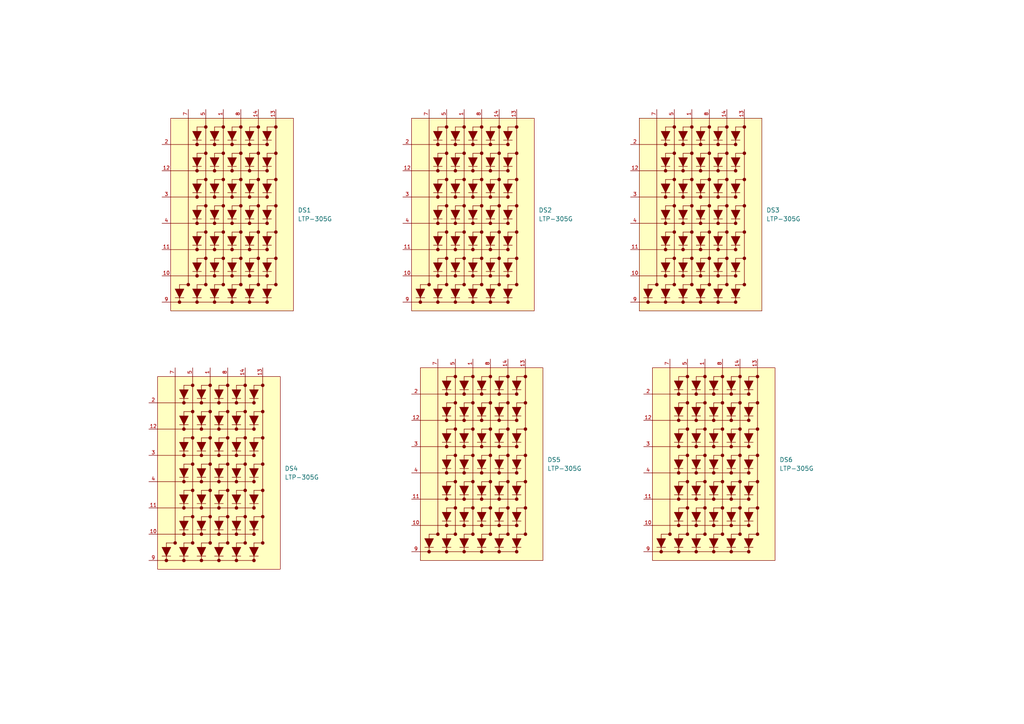
<source format=kicad_sch>
(kicad_sch (version 20230121) (generator eeschema)
  (paper "A4")
  (lib_symbols
    (symbol "LPLEDSW:LTP-305G" (pin_names (offset 1.016))
      (property "Reference" "DS" (at -17.78 35.56 0))
      (property "Value" "LTP-305G" (at -17.78 -33.02 0))
      (symbol "LTP-305G_0_0"
        (rectangle (start -17.78 -27.94) (end 17.78 27.94) (stroke (width 0.1524)) (fill (type background)))
        (circle (center -15.24 -25.4) (radius 0.254) (stroke (width 0.508)))
        (circle (center -12.7 -20.32) (radius 0.254) (stroke (width 0.508)))
        (circle (center -10.16 -25.4) (radius 0.254) (stroke (width 0.508)))
        (circle (center -10.16 -17.78) (radius 0.254) (stroke (width 0.508)))
        (circle (center -10.16 -10.16) (radius 0.254) (stroke (width 0.508)))
        (circle (center -10.16 -2.54) (radius 0.254) (stroke (width 0.508)))
        (circle (center -10.16 5.08) (radius 0.254) (stroke (width 0.508)))
        (circle (center -10.16 12.7) (radius 0.254) (stroke (width 0.508)))
        (circle (center -10.16 20.32) (radius 0.254) (stroke (width 0.508)))
        (circle (center -7.62 -20.32) (radius 0.254) (stroke (width 0.508)))
        (circle (center -7.62 -12.7) (radius 0.254) (stroke (width 0.508)))
        (circle (center -7.62 -5.08) (radius 0.254) (stroke (width 0.508)))
        (circle (center -7.62 2.54) (radius 0.254) (stroke (width 0.508)))
        (circle (center -7.62 10.16) (radius 0.254) (stroke (width 0.508)))
        (circle (center -7.62 17.78) (radius 0.254) (stroke (width 0.508)))
        (circle (center -7.62 25.4) (radius 0.254) (stroke (width 0.508)))
        (circle (center -5.08 -25.4) (radius 0.254) (stroke (width 0.508)))
        (circle (center -5.08 -17.78) (radius 0.254) (stroke (width 0.508)))
        (circle (center -5.08 -10.16) (radius 0.254) (stroke (width 0.508)))
        (circle (center -5.08 -2.54) (radius 0.254) (stroke (width 0.508)))
        (circle (center -5.08 5.08) (radius 0.254) (stroke (width 0.508)))
        (circle (center -5.08 12.7) (radius 0.254) (stroke (width 0.508)))
        (circle (center -5.08 20.32) (radius 0.254) (stroke (width 0.508)))
        (circle (center -2.54 -20.32) (radius 0.254) (stroke (width 0.508)))
        (circle (center -2.54 -12.7) (radius 0.254) (stroke (width 0.508)))
        (circle (center -2.54 -5.08) (radius 0.254) (stroke (width 0.508)))
        (circle (center -2.54 2.54) (radius 0.254) (stroke (width 0.508)))
        (circle (center -2.54 10.16) (radius 0.254) (stroke (width 0.508)))
        (circle (center -2.54 17.78) (radius 0.254) (stroke (width 0.508)))
        (circle (center -2.54 25.4) (radius 0.254) (stroke (width 0.508)))
        (circle (center 0 -25.4) (radius 0.254) (stroke (width 0.508)))
        (circle (center 0 -17.78) (radius 0.254) (stroke (width 0.508)))
        (circle (center 0 -10.16) (radius 0.254) (stroke (width 0.508)))
        (circle (center 0 -2.54) (radius 0.254) (stroke (width 0.508)))
        (polyline (pts (xy -17.78 -25.4) (xy -15.24 -25.4)) (stroke (width 0.1524)))
        (polyline (pts (xy -17.78 -17.78) (xy 10.16 -17.78)) (stroke (width 0.1524)))
        (polyline (pts (xy -17.78 -10.16) (xy 10.16 -10.16)) (stroke (width 0.1524)))
        (polyline (pts (xy -17.78 -2.54) (xy 10.16 -2.54)) (stroke (width 0.1524)))
        (polyline (pts (xy -17.78 5.08) (xy 10.16 5.08)) (stroke (width 0.1524)))
        (polyline (pts (xy -17.78 12.7) (xy 10.16 12.7)) (stroke (width 0.1524)))
        (polyline (pts (xy -17.78 20.32) (xy 10.16 20.32)) (stroke (width 0.1524)))
        (polyline (pts (xy -16.51 -24.13) (xy -13.97 -24.13)) (stroke (width 0.1524)))
        (polyline (pts (xy -15.24 -25.4) (xy -15.24 -20.32)) (stroke (width 0.1524)))
        (polyline (pts (xy -15.24 -25.4) (xy 10.16 -25.4)) (stroke (width 0.1524)))
        (polyline (pts (xy -12.7 -20.32) (xy -15.24 -20.32)) (stroke (width 0.1524)))
        (polyline (pts (xy -12.7 27.94) (xy -12.7 -20.32)) (stroke (width 0.1524)))
        (polyline (pts (xy -11.43 -24.13) (xy -8.89 -24.13)) (stroke (width 0.1524)))
        (polyline (pts (xy -11.43 -16.51) (xy -8.89 -16.51)) (stroke (width 0.1524)))
        (polyline (pts (xy -11.43 -8.89) (xy -8.89 -8.89)) (stroke (width 0.1524)))
        (polyline (pts (xy -11.43 -1.27) (xy -8.89 -1.27)) (stroke (width 0.1524)))
        (polyline (pts (xy -11.43 6.35) (xy -8.89 6.35)) (stroke (width 0.1524)))
        (polyline (pts (xy -11.43 13.97) (xy -8.89 13.97)) (stroke (width 0.1524)))
        (polyline (pts (xy -11.43 21.59) (xy -8.89 21.59)) (stroke (width 0.1524)))
        (polyline (pts (xy -10.16 -25.4) (xy -10.16 -20.32)) (stroke (width 0.1524)))
        (polyline (pts (xy -10.16 -17.78) (xy -10.16 -12.7)) (stroke (width 0.1524)))
        (polyline (pts (xy -10.16 -10.16) (xy -10.16 -5.08)) (stroke (width 0.1524)))
        (polyline (pts (xy -10.16 -2.54) (xy -10.16 2.54)) (stroke (width 0.1524)))
        (polyline (pts (xy -10.16 5.08) (xy -10.16 10.16)) (stroke (width 0.1524)))
        (polyline (pts (xy -10.16 12.7) (xy -10.16 17.78)) (stroke (width 0.1524)))
        (polyline (pts (xy -10.16 20.32) (xy -10.16 25.4)) (stroke (width 0.1524)))
        (polyline (pts (xy -7.62 -20.32) (xy -10.16 -20.32)) (stroke (width 0.1524)))
        (polyline (pts (xy -7.62 -12.7) (xy -10.16 -12.7)) (stroke (width 0.1524)))
        (polyline (pts (xy -7.62 -5.08) (xy -10.16 -5.08)) (stroke (width 0.1524)))
        (polyline (pts (xy -7.62 2.54) (xy -10.16 2.54)) (stroke (width 0.1524)))
        (polyline (pts (xy -7.62 10.16) (xy -10.16 10.16)) (stroke (width 0.1524)))
        (polyline (pts (xy -7.62 17.78) (xy -10.16 17.78)) (stroke (width 0.1524)))
        (polyline (pts (xy -7.62 25.4) (xy -10.16 25.4)) (stroke (width 0.1524)))
        (polyline (pts (xy -7.62 25.4) (xy -7.62 -20.32)) (stroke (width 0.1524)))
        (polyline (pts (xy -7.62 27.94) (xy -7.62 25.4)) (stroke (width 0.1524)))
        (polyline (pts (xy -6.35 -24.13) (xy -3.81 -24.13)) (stroke (width 0.1524)))
        (polyline (pts (xy -6.35 -16.51) (xy -3.81 -16.51)) (stroke (width 0.1524)))
        (polyline (pts (xy -6.35 -8.89) (xy -3.81 -8.89)) (stroke (width 0.1524)))
        (polyline (pts (xy -6.35 -1.27) (xy -3.81 -1.27)) (stroke (width 0.1524)))
        (polyline (pts (xy -6.35 6.35) (xy -3.81 6.35)) (stroke (width 0.1524)))
        (polyline (pts (xy -6.35 13.97) (xy -3.81 13.97)) (stroke (width 0.1524)))
        (polyline (pts (xy -6.35 21.59) (xy -3.81 21.59)) (stroke (width 0.1524)))
        (polyline (pts (xy -5.08 -25.4) (xy -5.08 -20.32)) (stroke (width 0.1524)))
        (polyline (pts (xy -5.08 -17.78) (xy -5.08 -12.7)) (stroke (width 0.1524)))
        (polyline (pts (xy -5.08 -10.16) (xy -5.08 -5.08)) (stroke (width 0.1524)))
        (polyline (pts (xy -5.08 -2.54) (xy -5.08 2.54)) (stroke (width 0.1524)))
        (polyline (pts (xy -5.08 5.08) (xy -5.08 10.16)) (stroke (width 0.1524)))
        (polyline (pts (xy -5.08 12.7) (xy -5.08 17.78)) (stroke (width 0.1524)))
        (polyline (pts (xy -5.08 20.32) (xy -5.08 25.4)) (stroke (width 0.1524)))
        (polyline (pts (xy -2.54 -20.32) (xy -5.08 -20.32)) (stroke (width 0.1524)))
        (polyline (pts (xy -2.54 -12.7) (xy -5.08 -12.7)) (stroke (width 0.1524)))
        (polyline (pts (xy -2.54 -5.08) (xy -5.08 -5.08)) (stroke (width 0.1524)))
        (polyline (pts (xy -2.54 2.54) (xy -5.08 2.54)) (stroke (width 0.1524)))
        (polyline (pts (xy -2.54 10.16) (xy -5.08 10.16)) (stroke (width 0.1524)))
        (polyline (pts (xy -2.54 17.78) (xy -5.08 17.78)) (stroke (width 0.1524)))
        (polyline (pts (xy -2.54 25.4) (xy -5.08 25.4)) (stroke (width 0.1524)))
        (polyline (pts (xy -2.54 27.94) (xy -2.54 -20.32)) (stroke (width 0.1524)))
        (polyline (pts (xy -1.27 -24.13) (xy 1.27 -24.13)) (stroke (width 0.1524)))
        (polyline (pts (xy -1.27 -16.51) (xy 1.27 -16.51)) (stroke (width 0.1524)))
        (polyline (pts (xy -1.27 -8.89) (xy 1.27 -8.89)) (stroke (width 0.1524)))
        (polyline (pts (xy -1.27 -1.27) (xy 1.27 -1.27)) (stroke (width 0.1524)))
        (polyline (pts (xy -1.27 6.35) (xy 1.27 6.35)) (stroke (width 0.1524)))
        (polyline (pts (xy -1.27 13.97) (xy 1.27 13.97)) (stroke (width 0.1524)))
        (polyline (pts (xy -1.27 21.59) (xy 1.27 21.59)) (stroke (width 0.1524)))
        (polyline (pts (xy 0 -25.4) (xy 0 -20.32)) (stroke (width 0.1524)))
        (polyline (pts (xy 0 -17.78) (xy 0 -12.7)) (stroke (width 0.1524)))
        (polyline (pts (xy 0 -10.16) (xy 0 -5.08)) (stroke (width 0.1524)))
        (polyline (pts (xy 0 -2.54) (xy 0 2.54)) (stroke (width 0.1524)))
        (polyline (pts (xy 0 5.08) (xy 0 10.16)) (stroke (width 0.1524)))
        (polyline (pts (xy 0 12.7) (xy 0 17.78)) (stroke (width 0.1524)))
        (polyline (pts (xy 0 20.32) (xy 0 25.4)) (stroke (width 0.1524)))
        (polyline (pts (xy 2.54 -20.32) (xy 0 -20.32)) (stroke (width 0.1524)))
        (polyline (pts (xy 2.54 -12.7) (xy 0 -12.7)) (stroke (width 0.1524)))
        (polyline (pts (xy 2.54 -5.08) (xy 0 -5.08)) (stroke (width 0.1524)))
        (polyline (pts (xy 2.54 2.54) (xy 0 2.54)) (stroke (width 0.1524)))
        (polyline (pts (xy 2.54 10.16) (xy 0 10.16)) (stroke (width 0.1524)))
        (polyline (pts (xy 2.54 17.78) (xy 0 17.78)) (stroke (width 0.1524)))
        (polyline (pts (xy 2.54 25.4) (xy 0 25.4)) (stroke (width 0.1524)))
        (polyline (pts (xy 2.54 27.94) (xy 2.54 -20.32)) (stroke (width 0.1524)))
        (polyline (pts (xy 3.81 -24.13) (xy 6.35 -24.13)) (stroke (width 0.1524)))
        (polyline (pts (xy 3.81 -16.51) (xy 6.35 -16.51)) (stroke (width 0.1524)))
        (polyline (pts (xy 3.81 -8.89) (xy 6.35 -8.89)) (stroke (width 0.1524)))
        (polyline (pts (xy 3.81 -1.27) (xy 6.35 -1.27)) (stroke (width 0.1524)))
        (polyline (pts (xy 3.81 6.35) (xy 6.35 6.35)) (stroke (width 0.1524)))
        (polyline (pts (xy 3.81 13.97) (xy 6.35 13.97)) (stroke (width 0.1524)))
        (polyline (pts (xy 3.81 21.59) (xy 6.35 21.59)) (stroke (width 0.1524)))
        (polyline (pts (xy 5.08 -25.4) (xy 5.08 -20.32)) (stroke (width 0.1524)))
        (polyline (pts (xy 5.08 -17.78) (xy 5.08 -12.7)) (stroke (width 0.1524)))
        (polyline (pts (xy 5.08 -10.16) (xy 5.08 -5.08)) (stroke (width 0.1524)))
        (polyline (pts (xy 5.08 -2.54) (xy 5.08 2.54)) (stroke (width 0.1524)))
        (polyline (pts (xy 5.08 5.08) (xy 5.08 10.16)) (stroke (width 0.1524)))
        (polyline (pts (xy 5.08 12.7) (xy 5.08 17.78)) (stroke (width 0.1524)))
        (polyline (pts (xy 5.08 20.32) (xy 5.08 25.4)) (stroke (width 0.1524)))
        (polyline (pts (xy 7.62 -20.32) (xy 5.08 -20.32)) (stroke (width 0.1524)))
        (polyline (pts (xy 7.62 -12.7) (xy 5.08 -12.7)) (stroke (width 0.1524)))
        (polyline (pts (xy 7.62 -5.08) (xy 5.08 -5.08)) (stroke (width 0.1524)))
        (polyline (pts (xy 7.62 2.54) (xy 5.08 2.54)) (stroke (width 0.1524)))
        (polyline (pts (xy 7.62 10.16) (xy 5.08 10.16)) (stroke (width 0.1524)))
        (polyline (pts (xy 7.62 17.78) (xy 5.08 17.78)) (stroke (width 0.1524)))
        (polyline (pts (xy 7.62 25.4) (xy 5.08 25.4)) (stroke (width 0.1524)))
        (polyline (pts (xy 7.62 27.94) (xy 7.62 -20.32)) (stroke (width 0.1524)))
        (polyline (pts (xy 8.89 -24.13) (xy 11.43 -24.13)) (stroke (width 0.1524)))
        (polyline (pts (xy 8.89 -16.51) (xy 11.43 -16.51)) (stroke (width 0.1524)))
        (polyline (pts (xy 8.89 -8.89) (xy 11.43 -8.89)) (stroke (width 0.1524)))
        (polyline (pts (xy 8.89 -1.27) (xy 11.43 -1.27)) (stroke (width 0.1524)))
        (polyline (pts (xy 8.89 6.35) (xy 11.43 6.35)) (stroke (width 0.1524)))
        (polyline (pts (xy 8.89 13.97) (xy 11.43 13.97)) (stroke (width 0.1524)))
        (polyline (pts (xy 8.89 21.59) (xy 11.43 21.59)) (stroke (width 0.1524)))
        (polyline (pts (xy 10.16 -25.4) (xy 10.16 -20.32)) (stroke (width 0.1524)))
        (polyline (pts (xy 10.16 -17.78) (xy 10.16 -12.7)) (stroke (width 0.1524)))
        (polyline (pts (xy 10.16 -10.16) (xy 10.16 -5.08)) (stroke (width 0.1524)))
        (polyline (pts (xy 10.16 -2.54) (xy 10.16 2.54)) (stroke (width 0.1524)))
        (polyline (pts (xy 10.16 5.08) (xy 10.16 10.16)) (stroke (width 0.1524)))
        (polyline (pts (xy 10.16 12.7) (xy 10.16 17.78)) (stroke (width 0.1524)))
        (polyline (pts (xy 10.16 20.32) (xy 10.16 25.4)) (stroke (width 0.1524)))
        (polyline (pts (xy 12.7 -20.32) (xy 10.16 -20.32)) (stroke (width 0.1524)))
        (polyline (pts (xy 12.7 -12.7) (xy 10.16 -12.7)) (stroke (width 0.1524)))
        (polyline (pts (xy 12.7 -5.08) (xy 10.16 -5.08)) (stroke (width 0.1524)))
        (polyline (pts (xy 12.7 2.54) (xy 10.16 2.54)) (stroke (width 0.1524)))
        (polyline (pts (xy 12.7 10.16) (xy 10.16 10.16)) (stroke (width 0.1524)))
        (polyline (pts (xy 12.7 17.78) (xy 10.16 17.78)) (stroke (width 0.1524)))
        (polyline (pts (xy 12.7 25.4) (xy 10.16 25.4)) (stroke (width 0.1524)))
        (polyline (pts (xy 12.7 27.94) (xy 12.7 -20.32)) (stroke (width 0.1524)))
        (polyline (pts (xy -16.51 -21.59) (xy -15.24 -24.13) (xy -13.97 -21.59) (xy -16.51 -21.59)) (stroke (width 0.1524)) (fill (type outline)))
        (polyline (pts (xy -11.43 -21.59) (xy -10.16 -24.13) (xy -8.89 -21.59) (xy -11.43 -21.59)) (stroke (width 0.1524)) (fill (type outline)))
        (polyline (pts (xy -11.43 -13.97) (xy -10.16 -16.51) (xy -8.89 -13.97) (xy -11.43 -13.97)) (stroke (width 0.1524)) (fill (type outline)))
        (polyline (pts (xy -11.43 -6.35) (xy -10.16 -8.89) (xy -8.89 -6.35) (xy -11.43 -6.35)) (stroke (width 0.1524)) (fill (type outline)))
        (polyline (pts (xy -11.43 1.27) (xy -10.16 -1.27) (xy -8.89 1.27) (xy -11.43 1.27)) (stroke (width 0.1524)) (fill (type outline)))
        (polyline (pts (xy -11.43 8.89) (xy -10.16 6.35) (xy -8.89 8.89) (xy -11.43 8.89)) (stroke (width 0.1524)) (fill (type outline)))
        (polyline (pts (xy -11.43 16.51) (xy -10.16 13.97) (xy -8.89 16.51) (xy -11.43 16.51)) (stroke (width 0.1524)) (fill (type outline)))
        (polyline (pts (xy -11.43 24.13) (xy -10.16 21.59) (xy -8.89 24.13) (xy -11.43 24.13)) (stroke (width 0.1524)) (fill (type outline)))
        (polyline (pts (xy -6.35 -21.59) (xy -5.08 -24.13) (xy -3.81 -21.59) (xy -6.35 -21.59)) (stroke (width 0.1524)) (fill (type outline)))
        (polyline (pts (xy -6.35 -13.97) (xy -5.08 -16.51) (xy -3.81 -13.97) (xy -6.35 -13.97)) (stroke (width 0.1524)) (fill (type outline)))
        (polyline (pts (xy -6.35 -6.35) (xy -5.08 -8.89) (xy -3.81 -6.35) (xy -6.35 -6.35)) (stroke (width 0.1524)) (fill (type outline)))
        (polyline (pts (xy -6.35 1.27) (xy -5.08 -1.27) (xy -3.81 1.27) (xy -6.35 1.27)) (stroke (width 0.1524)) (fill (type outline)))
        (polyline (pts (xy -6.35 8.89) (xy -5.08 6.35) (xy -3.81 8.89) (xy -6.35 8.89)) (stroke (width 0.1524)) (fill (type outline)))
        (polyline (pts (xy -6.35 16.51) (xy -5.08 13.97) (xy -3.81 16.51) (xy -6.35 16.51)) (stroke (width 0.1524)) (fill (type outline)))
        (polyline (pts (xy -6.35 24.13) (xy -5.08 21.59) (xy -3.81 24.13) (xy -6.35 24.13)) (stroke (width 0.1524)) (fill (type outline)))
        (polyline (pts (xy -1.27 -21.59) (xy 0 -24.13) (xy 1.27 -21.59) (xy -1.27 -21.59)) (stroke (width 0.1524)) (fill (type outline)))
        (polyline (pts (xy -1.27 -13.97) (xy 0 -16.51) (xy 1.27 -13.97) (xy -1.27 -13.97)) (stroke (width 0.1524)) (fill (type outline)))
        (polyline (pts (xy -1.27 -6.35) (xy 0 -8.89) (xy 1.27 -6.35) (xy -1.27 -6.35)) (stroke (width 0.1524)) (fill (type outline)))
        (polyline (pts (xy -1.27 1.27) (xy 0 -1.27) (xy 1.27 1.27) (xy -1.27 1.27)) (stroke (width 0.1524)) (fill (type outline)))
        (polyline (pts (xy -1.27 8.89) (xy 0 6.35) (xy 1.27 8.89) (xy -1.27 8.89)) (stroke (width 0.1524)) (fill (type outline)))
        (polyline (pts (xy -1.27 16.51) (xy 0 13.97) (xy 1.27 16.51) (xy -1.27 16.51)) (stroke (width 0.1524)) (fill (type outline)))
        (polyline (pts (xy -1.27 24.13) (xy 0 21.59) (xy 1.27 24.13) (xy -1.27 24.13)) (stroke (width 0.1524)) (fill (type outline)))
        (polyline (pts (xy 3.81 -21.59) (xy 5.08 -24.13) (xy 6.35 -21.59) (xy 3.81 -21.59)) (stroke (width 0.1524)) (fill (type outline)))
        (polyline (pts (xy 3.81 -13.97) (xy 5.08 -16.51) (xy 6.35 -13.97) (xy 3.81 -13.97)) (stroke (width 0.1524)) (fill (type outline)))
        (polyline (pts (xy 3.81 -6.35) (xy 5.08 -8.89) (xy 6.35 -6.35) (xy 3.81 -6.35)) (stroke (width 0.1524)) (fill (type outline)))
        (polyline (pts (xy 3.81 1.27) (xy 5.08 -1.27) (xy 6.35 1.27) (xy 3.81 1.27)) (stroke (width 0.1524)) (fill (type outline)))
        (polyline (pts (xy 3.81 8.89) (xy 5.08 6.35) (xy 6.35 8.89) (xy 3.81 8.89)) (stroke (width 0.1524)) (fill (type outline)))
        (polyline (pts (xy 3.81 16.51) (xy 5.08 13.97) (xy 6.35 16.51) (xy 3.81 16.51)) (stroke (width 0.1524)) (fill (type outline)))
        (polyline (pts (xy 3.81 24.13) (xy 5.08 21.59) (xy 6.35 24.13) (xy 3.81 24.13)) (stroke (width 0.1524)) (fill (type outline)))
        (polyline (pts (xy 8.89 -21.59) (xy 10.16 -24.13) (xy 11.43 -21.59) (xy 8.89 -21.59)) (stroke (width 0.1524)) (fill (type outline)))
        (polyline (pts (xy 8.89 -13.97) (xy 10.16 -16.51) (xy 11.43 -13.97) (xy 8.89 -13.97)) (stroke (width 0.1524)) (fill (type outline)))
        (polyline (pts (xy 8.89 -6.35) (xy 10.16 -8.89) (xy 11.43 -6.35) (xy 8.89 -6.35)) (stroke (width 0.1524)) (fill (type outline)))
        (polyline (pts (xy 8.89 1.27) (xy 10.16 -1.27) (xy 11.43 1.27) (xy 8.89 1.27)) (stroke (width 0.1524)) (fill (type outline)))
        (polyline (pts (xy 8.89 8.89) (xy 10.16 6.35) (xy 11.43 8.89) (xy 8.89 8.89)) (stroke (width 0.1524)) (fill (type outline)))
        (polyline (pts (xy 8.89 16.51) (xy 10.16 13.97) (xy 11.43 16.51) (xy 8.89 16.51)) (stroke (width 0.1524)) (fill (type outline)))
        (polyline (pts (xy 8.89 24.13) (xy 10.16 21.59) (xy 11.43 24.13) (xy 8.89 24.13)) (stroke (width 0.1524)) (fill (type outline)))
        (circle (center 0 5.08) (radius 0.254) (stroke (width 0.508)))
        (circle (center 0 12.7) (radius 0.254) (stroke (width 0.508)))
        (circle (center 0 20.32) (radius 0.254) (stroke (width 0.508)))
        (circle (center 2.54 -20.32) (radius 0.254) (stroke (width 0.508)))
        (circle (center 2.54 -12.7) (radius 0.254) (stroke (width 0.508)))
        (circle (center 2.54 -5.08) (radius 0.254) (stroke (width 0.508)))
        (circle (center 2.54 2.54) (radius 0.254) (stroke (width 0.508)))
        (circle (center 2.54 10.16) (radius 0.254) (stroke (width 0.508)))
        (circle (center 2.54 17.78) (radius 0.254) (stroke (width 0.508)))
        (circle (center 2.54 25.4) (radius 0.254) (stroke (width 0.508)))
        (circle (center 5.08 -25.4) (radius 0.254) (stroke (width 0.508)))
        (circle (center 5.08 -17.78) (radius 0.254) (stroke (width 0.508)))
        (circle (center 5.08 -10.16) (radius 0.254) (stroke (width 0.508)))
        (circle (center 5.08 -2.54) (radius 0.254) (stroke (width 0.508)))
        (circle (center 5.08 5.08) (radius 0.254) (stroke (width 0.508)))
        (circle (center 5.08 12.7) (radius 0.254) (stroke (width 0.508)))
        (circle (center 5.08 20.32) (radius 0.254) (stroke (width 0.508)))
        (circle (center 7.62 -20.32) (radius 0.254) (stroke (width 0.508)))
        (circle (center 7.62 -12.7) (radius 0.254) (stroke (width 0.508)))
        (circle (center 7.62 -5.08) (radius 0.254) (stroke (width 0.508)))
        (circle (center 7.62 2.54) (radius 0.254) (stroke (width 0.508)))
        (circle (center 7.62 10.16) (radius 0.254) (stroke (width 0.508)))
        (circle (center 7.62 17.78) (radius 0.254) (stroke (width 0.508)))
        (circle (center 7.62 25.4) (radius 0.254) (stroke (width 0.508)))
        (circle (center 10.16 -25.4) (radius 0.254) (stroke (width 0.508)))
        (circle (center 10.16 -17.78) (radius 0.254) (stroke (width 0.508)))
        (circle (center 10.16 -10.16) (radius 0.254) (stroke (width 0.508)))
        (circle (center 10.16 -2.54) (radius 0.254) (stroke (width 0.508)))
        (circle (center 10.16 5.08) (radius 0.254) (stroke (width 0.508)))
        (circle (center 10.16 12.7) (radius 0.254) (stroke (width 0.508)))
        (circle (center 10.16 20.32) (radius 0.254) (stroke (width 0.508)))
        (circle (center 12.7 -20.32) (radius 0.254) (stroke (width 0.508)))
        (circle (center 12.7 -12.7) (radius 0.254) (stroke (width 0.508)))
        (circle (center 12.7 -5.08) (radius 0.254) (stroke (width 0.508)))
        (circle (center 12.7 2.54) (radius 0.254) (stroke (width 0.508)))
        (circle (center 12.7 10.16) (radius 0.254) (stroke (width 0.508)))
        (circle (center 12.7 17.78) (radius 0.254) (stroke (width 0.508)))
        (circle (center 12.7 25.4) (radius 0.254) (stroke (width 0.508)))
        (pin passive line (at -2.54 30.48 270) (length 2.54) (name "~") (number "1"))
        (pin passive line (at -20.32 -17.78 0) (length 2.54) (name "~") (number "10"))
        (pin passive line (at -20.32 -10.16 0) (length 2.54) (name "~") (number "11"))
        (pin passive line (at -20.32 12.7 0) (length 2.54) (name "~") (number "12"))
        (pin passive line (at 12.7 30.48 270) (length 2.54) (name "~") (number "13"))
        (pin passive line (at 7.62 30.48 270) (length 2.54) (name "~") (number "14"))
        (pin passive line (at -20.32 20.32 0) (length 2.54) (name "~") (number "2"))
        (pin passive line (at -20.32 5.08 0) (length 2.54) (name "~") (number "3"))
        (pin passive line (at -20.32 -2.54 0) (length 2.54) (name "~") (number "4"))
        (pin passive line (at -7.62 30.48 270) (length 2.54) (name "~") (number "5"))
        (pin passive line (at -12.7 30.48 270) (length 2.54) (name "~") (number "7"))
        (pin passive line (at 2.54 30.48 270) (length 2.54) (name "~") (number "8"))
        (pin passive line (at -20.32 -25.4 0) (length 2.54) (name "~") (number "9"))
      )
    )
  )
  (symbol (lib_id "LPLEDSW:LTP-305G") (at 139.7 134.62 0) (unit 1)
    (property "Reference" "DS5" (at 158.75 133.35 0) (effects (justify left)))
    (property "Value" "LTP-305G" (at 158.75 135.89 0) (effects (justify left)))
    (property "Footprint" "LTP-305G:DIP762W50P254L1875H400Q13" (effects hide))
    (property "MF" "Lite-On Inc." (effects hide))
    (property "MAXIMUM_PACKAGE_HEIGHT" "4.0mm" (effects hide))
    (property "Package" "None" (effects hide))
    (property "Price" "None" (effects hide))
    (property "Check_prices" "https://www.snapeda.com/parts/LTP-305G/Lite-On+Inc./view-part/?ref=eda" (effects hide))
    (property "STANDARD" "IPC-7351B" (effects hide))
    (property "PARTREV" "A" (effects hide))
    (property "SnapEDA_Link" "https://www.snapeda.com/parts/LTP-305G/Lite-On+Inc./view-part/?ref=snap" (effects hide))
    (property "MP" "LTP-305G" (effects hide))
    (property "Purchase-URL" "https://www.snapeda.com/api/url_track_click_mouser/?unipart_id=98216&manufacturer=Lite-On Inc.&part_name=LTP-305G&search_term=ltp-305" (effects hide))
    (property "Description" "\nDot Matrix Display Module 5 x 7 Common Cathode Row, Common Anode Column Green 2.1V - 0.39 L x 0.73 W x 0.14 H (9.80mm x 18.50mm x 3.50mm)\n" (effects hide))
    (property "Availability" "In Stock" (effects hide))
    (property "MANUFACTURER" "Lite-On" (effects hide))
  )
  (symbol (lib_id "LPLEDSW:LTP-305G") (at 63.5 137.16 0) (unit 1)
    (property "Reference" "DS4" (at 82.55 135.89 0) (effects (justify left)))
    (property "Value" "LTP-305G" (at 82.55 138.43 0) (effects (justify left)))
    (property "Footprint" "LTP-305G:DIP762W50P254L1875H400Q13" (effects hide))
    (property "MF" "Lite-On Inc." (effects hide))
    (property "MAXIMUM_PACKAGE_HEIGHT" "4.0mm" (effects hide))
    (property "Package" "None" (effects hide))
    (property "Price" "None" (effects hide))
    (property "Check_prices" "https://www.snapeda.com/parts/LTP-305G/Lite-On+Inc./view-part/?ref=eda" (effects hide))
    (property "STANDARD" "IPC-7351B" (effects hide))
    (property "PARTREV" "A" (effects hide))
    (property "SnapEDA_Link" "https://www.snapeda.com/parts/LTP-305G/Lite-On+Inc./view-part/?ref=snap" (effects hide))
    (property "MP" "LTP-305G" (effects hide))
    (property "Purchase-URL" "https://www.snapeda.com/api/url_track_click_mouser/?unipart_id=98216&manufacturer=Lite-On Inc.&part_name=LTP-305G&search_term=ltp-305" (effects hide))
    (property "Description" "\nDot Matrix Display Module 5 x 7 Common Cathode Row, Common Anode Column Green 2.1V - 0.39 L x 0.73 W x 0.14 H (9.80mm x 18.50mm x 3.50mm)\n" (effects hide))
    (property "Availability" "In Stock" (effects hide))
    (property "MANUFACTURER" "Lite-On" (effects hide))
  )
  (symbol (lib_id "LPLEDSW:LTP-305G") (at 207.01 134.62 0) (unit 1)
    (property "Reference" "DS6" (at 226.06 133.35 0) (effects (justify left)))
    (property "Value" "LTP-305G" (at 226.06 135.89 0) (effects (justify left)))
    (property "Footprint" "LPLEDSW:DIP762W50P254L1875H400Q13" (effects hide))
    (property "MF" "Lite-On Inc." (effects hide))
    (property "MAXIMUM_PACKAGE_HEIGHT" "4.0mm" (effects hide))
    (property "Package" "None" (effects hide))
    (property "Price" "None" (effects hide))
    (property "Check_prices" "https://www.snapeda.com/parts/LTP-305G/Lite-On+Inc./view-part/?ref=eda" (effects hide))
    (property "STANDARD" "IPC-7351B" (effects hide))
    (property "PARTREV" "A" (effects hide))
    (property "SnapEDA_Link" "https://www.snapeda.com/parts/LTP-305G/Lite-On+Inc./view-part/?ref=snap" (effects hide))
    (property "MP" "LTP-305G" (effects hide))
    (property "Purchase-URL" "https://www.snapeda.com/api/url_track_click_mouser/?unipart_id=98216&manufacturer=Lite-On Inc.&part_name=LTP-305G&search_term=ltp-305" (effects hide))
    (property "Description" "\nDot Matrix Display Module 5 x 7 Common Cathode Row, Common Anode Column Green 2.1V - 0.39 L x 0.73 W x 0.14 H (9.80mm x 18.50mm x 3.50mm)\n" (effects hide))
    (property "Availability" "In Stock" (effects hide))
    (property "MANUFACTURER" "Lite-On" (effects hide))
  )
  (symbol (lib_id "LPLEDSW:LTP-305G") (at 203.2 62.23 0) (unit 1)
    (property "Reference" "DS3" (at 222.25 60.96 0) (effects (justify left)))
    (property "Value" "LTP-305G" (at 222.25 63.5 0) (effects (justify left)))
    (property "Footprint" "LTP-305G:DIP762W50P254L1875H400Q13" (effects hide))
    (property "MF" "Lite-On Inc." (effects hide))
    (property "MAXIMUM_PACKAGE_HEIGHT" "4.0mm" (effects hide))
    (property "Package" "None" (effects hide))
    (property "Price" "None" (effects hide))
    (property "Check_prices" "https://www.snapeda.com/parts/LTP-305G/Lite-On+Inc./view-part/?ref=eda" (effects hide))
    (property "STANDARD" "IPC-7351B" (effects hide))
    (property "PARTREV" "A" (effects hide))
    (property "SnapEDA_Link" "https://www.snapeda.com/parts/LTP-305G/Lite-On+Inc./view-part/?ref=snap" (effects hide))
    (property "MP" "LTP-305G" (effects hide))
    (property "Purchase-URL" "https://www.snapeda.com/api/url_track_click_mouser/?unipart_id=98216&manufacturer=Lite-On Inc.&part_name=LTP-305G&search_term=ltp-305" (effects hide))
    (property "Description" "\nDot Matrix Display Module 5 x 7 Common Cathode Row, Common Anode Column Green 2.1V - 0.39 L x 0.73 W x 0.14 H (9.80mm x 18.50mm x 3.50mm)\n" (effects hide))
    (property "Availability" "In Stock" (effects hide))
    (property "MANUFACTURER" "Lite-On" (effects hide))
  )
  (symbol (lib_id "LPLEDSW:LTP-305G") (at 137.16 62.23 0) (unit 1)
    (property "Reference" "DS2" (at 156.21 60.96 0) (effects (justify left)))
    (property "Value" "LTP-305G" (at 156.21 63.5 0) (effects (justify left)))
    (property "Footprint" "LTP-305G:DIP762W50P254L1875H400Q13" (effects hide))
    (property "MF" "Lite-On Inc." (effects hide))
    (property "MAXIMUM_PACKAGE_HEIGHT" "4.0mm" (effects hide))
    (property "Package" "None" (effects hide))
    (property "Price" "None" (effects hide))
    (property "Check_prices" "https://www.snapeda.com/parts/LTP-305G/Lite-On+Inc./view-part/?ref=eda" (effects hide))
    (property "STANDARD" "IPC-7351B" (effects hide))
    (property "PARTREV" "A" (effects hide))
    (property "SnapEDA_Link" "https://www.snapeda.com/parts/LTP-305G/Lite-On+Inc./view-part/?ref=snap" (effects hide))
    (property "MP" "LTP-305G" (effects hide))
    (property "Purchase-URL" "https://www.snapeda.com/api/url_track_click_mouser/?unipart_id=98216&manufacturer=Lite-On Inc.&part_name=LTP-305G&search_term=ltp-305" (effects hide))
    (property "Description" "\nDot Matrix Display Module 5 x 7 Common Cathode Row, Common Anode Column Green 2.1V - 0.39 L x 0.73 W x 0.14 H (9.80mm x 18.50mm x 3.50mm)\n" (effects hide))
    (property "Availability" "In Stock" (effects hide))
    (property "MANUFACTURER" "Lite-On" (effects hide))
  )
  (symbol (lib_id "LPLEDSW:LTP-305G") (at 67.31 62.23 0) (unit 1)
    (property "Reference" "DS1" (at 86.36 60.96 0) (effects (justify left)))
    (property "Value" "LTP-305G" (at 86.36 63.5 0) (effects (justify left)))
    (property "Footprint" "LTP-305G:DIP762W50P254L1875H400Q13" (effects hide))
    (property "MF" "Lite-On Inc." (effects hide))
    (property "MAXIMUM_PACKAGE_HEIGHT" "4.0mm" (effects hide))
    (property "Package" "None" (effects hide))
    (property "Price" "None" (effects hide))
    (property "Check_prices" "https://www.snapeda.com/parts/LTP-305G/Lite-On+Inc./view-part/?ref=eda" (effects hide))
    (property "STANDARD" "IPC-7351B" (effects hide))
    (property "PARTREV" "A" (effects hide))
    (property "SnapEDA_Link" "https://www.snapeda.com/parts/LTP-305G/Lite-On+Inc./view-part/?ref=snap" (effects hide))
    (property "MP" "LTP-305G" (effects hide))
    (property "Purchase-URL" "https://www.snapeda.com/api/url_track_click_mouser/?unipart_id=98216&manufacturer=Lite-On Inc.&part_name=LTP-305G&search_term=ltp-305" (effects hide))
    (property "Description" "\nDot Matrix Display Module 5 x 7 Common Cathode Row, Common Anode Column Green 2.1V - 0.39 L x 0.73 W x 0.14 H (9.80mm x 18.50mm x 3.50mm)\n" (effects hide))
    (property "Availability" "In Stock" (effects hide))
    (property "MANUFACTURER" "Lite-On" (effects hide))
  )
)
</source>
